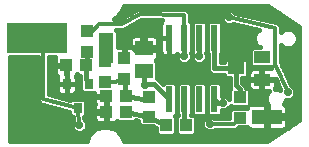
<source format=gtl>
G75*
%MOIN*%
%OFA0B0*%
%FSLAX24Y24*%
%IPPOS*%
%LPD*%
%AMOC8*
5,1,8,0,0,1.08239X$1,22.5*
%
%ADD10R,0.0591X0.0512*%
%ADD11R,0.0433X0.0394*%
%ADD12R,0.0551X0.0394*%
%ADD13R,0.0236X0.0866*%
%ADD14R,0.0394X0.0433*%
%ADD15R,0.0315X0.0354*%
%ADD16R,0.2000X0.1000*%
%ADD17R,0.0500X0.1000*%
%ADD18R,0.1000X0.0500*%
%ADD19C,0.0160*%
%ADD20OC8,0.0238*%
%ADD21C,0.0120*%
D10*
X012080Y006106D03*
X012080Y006854D03*
D11*
X011430Y006515D03*
X011430Y005845D03*
X011495Y005250D03*
X010825Y005250D03*
X010825Y004730D03*
X011495Y004730D03*
X012240Y004575D03*
X012240Y005245D03*
X010180Y006745D03*
X010180Y007415D03*
X015280Y005215D03*
X015280Y004545D03*
D12*
X016013Y005806D03*
X015147Y006180D03*
X016013Y006554D03*
D13*
X014430Y007204D03*
X013930Y007204D03*
X013430Y007204D03*
X012930Y007204D03*
X012930Y005156D03*
X013430Y005156D03*
X013930Y005156D03*
X014430Y005156D03*
D14*
X013485Y004290D03*
X012815Y004290D03*
X010790Y005745D03*
X010165Y006280D03*
X010790Y006415D03*
X009495Y006280D03*
D15*
X009506Y005654D03*
X010254Y005654D03*
X009880Y004866D03*
D16*
X008530Y007180D03*
D17*
X010830Y006860D03*
D18*
X016180Y004570D03*
D19*
X007610Y003760D02*
X007610Y006550D01*
X008540Y006550D01*
X008540Y005191D01*
X008526Y005138D01*
X008540Y005115D01*
X008540Y005088D01*
X008578Y005049D01*
X008606Y005002D01*
X008632Y004995D01*
X008651Y004976D01*
X008706Y004976D01*
X009593Y004745D01*
X009593Y004635D01*
X009669Y004559D01*
X009716Y004559D01*
X009727Y004429D01*
X009681Y004383D01*
X009681Y004177D01*
X009827Y004031D01*
X010033Y004031D01*
X010179Y004177D01*
X010179Y004383D01*
X010106Y004457D01*
X010096Y004564D01*
X010167Y004635D01*
X010167Y005097D01*
X010091Y005173D01*
X009669Y005173D01*
X009625Y005129D01*
X008920Y005313D01*
X008920Y006550D01*
X009126Y006550D01*
X009119Y006520D01*
X009119Y006298D01*
X009477Y006298D01*
X009477Y006262D01*
X009119Y006262D01*
X009119Y006040D01*
X009131Y005994D01*
X009154Y005953D01*
X009188Y005919D01*
X009191Y005918D01*
X009181Y005900D01*
X009169Y005855D01*
X009169Y005654D01*
X009506Y005654D01*
X009506Y006011D01*
X009506Y005654D01*
X009506Y005654D01*
X009843Y005654D01*
X009843Y005855D01*
X009831Y005900D01*
X009814Y005930D01*
X009836Y005953D01*
X009858Y005990D01*
X009914Y005933D01*
X009947Y005933D01*
X009945Y005847D01*
X009929Y005785D01*
X009943Y005763D01*
X009942Y005737D01*
X009967Y005712D01*
X009967Y005423D01*
X010043Y005347D01*
X010429Y005347D01*
X010429Y005268D01*
X010807Y005268D01*
X010807Y005232D01*
X010429Y005232D01*
X010429Y005029D01*
X010439Y004990D01*
X010429Y004951D01*
X010429Y004748D01*
X010807Y004748D01*
X010807Y004712D01*
X010429Y004712D01*
X010429Y004509D01*
X010441Y004464D01*
X010465Y004423D01*
X010498Y004389D01*
X010539Y004365D01*
X010585Y004353D01*
X010807Y004353D01*
X010807Y004712D01*
X010844Y004712D01*
X010844Y004353D01*
X011066Y004353D01*
X011111Y004365D01*
X011152Y004389D01*
X011186Y004423D01*
X011193Y004435D01*
X011224Y004403D01*
X011765Y004403D01*
X011812Y004450D01*
X011893Y004433D01*
X011893Y004325D01*
X011970Y004249D01*
X012397Y004249D01*
X012409Y004242D01*
X012414Y004229D01*
X012483Y004201D01*
X012489Y004198D01*
X012489Y004020D01*
X012565Y003943D01*
X013066Y003943D01*
X013142Y004020D01*
X013142Y004560D01*
X013106Y004597D01*
X013178Y004669D01*
X013178Y005643D01*
X013102Y005719D01*
X012758Y005719D01*
X012711Y005672D01*
X012578Y005805D01*
X012517Y005866D01*
X012517Y005866D01*
X012517Y005866D01*
X012505Y005866D01*
X012505Y006416D01*
X012474Y006447D01*
X012486Y006454D01*
X012519Y006488D01*
X012543Y006529D01*
X012555Y006574D01*
X012555Y006806D01*
X012128Y006806D01*
X012128Y006902D01*
X012555Y006902D01*
X012555Y007134D01*
X012543Y007179D01*
X012519Y007220D01*
X012486Y007254D01*
X012445Y007278D01*
X012399Y007290D01*
X012128Y007290D01*
X012128Y006902D01*
X012032Y006902D01*
X012032Y006806D01*
X011800Y006806D01*
X011791Y006822D01*
X011757Y006856D01*
X011716Y006879D01*
X011670Y006891D01*
X011448Y006891D01*
X011448Y006533D01*
X011412Y006533D01*
X011412Y006891D01*
X011210Y006891D01*
X011210Y007414D01*
X011159Y007465D01*
X011323Y007465D01*
X011373Y007450D01*
X011399Y007465D01*
X011429Y007465D01*
X011465Y007501D01*
X011988Y007789D01*
X012700Y007780D01*
X012668Y007747D01*
X012644Y007706D01*
X012632Y007660D01*
X012632Y007204D01*
X012930Y007204D01*
X012930Y007204D01*
X012632Y007204D01*
X012632Y006747D01*
X012644Y006701D01*
X012668Y006660D01*
X012701Y006627D01*
X012742Y006603D01*
X012788Y006591D01*
X012930Y006591D01*
X013072Y006591D01*
X013118Y006603D01*
X013159Y006627D01*
X013181Y006649D01*
X013181Y006477D01*
X013327Y006331D01*
X013533Y006331D01*
X013679Y006477D01*
X013679Y006683D01*
X013662Y006700D01*
X013678Y006717D01*
X013678Y007691D01*
X013620Y007749D01*
X013620Y007959D01*
X013621Y008036D01*
X013620Y008037D01*
X013620Y008039D01*
X013565Y008093D01*
X013511Y008149D01*
X013510Y008149D01*
X013509Y008150D01*
X013431Y008150D01*
X011968Y008170D01*
X011917Y008184D01*
X011892Y008171D01*
X011864Y008171D01*
X011826Y008134D01*
X011301Y007845D01*
X011075Y007845D01*
X011142Y007873D01*
X011317Y008048D01*
X011410Y008270D01*
X016220Y008270D01*
X017250Y007562D01*
X017250Y004450D01*
X016191Y003760D01*
X011405Y003760D01*
X011317Y003972D01*
X011142Y004147D01*
X010914Y004242D01*
X010666Y004242D01*
X010438Y004147D01*
X010263Y003972D01*
X010175Y003760D01*
X007610Y003760D01*
X007610Y003895D02*
X010230Y003895D01*
X010343Y004053D02*
X010055Y004053D01*
X010179Y004212D02*
X010592Y004212D01*
X010531Y004370D02*
X010179Y004370D01*
X010099Y004529D02*
X010429Y004529D01*
X010429Y004687D02*
X010167Y004687D01*
X010167Y004846D02*
X010429Y004846D01*
X010436Y005004D02*
X010167Y005004D01*
X010102Y005163D02*
X010429Y005163D01*
X010429Y005321D02*
X009754Y005321D01*
X009774Y005332D02*
X009808Y005366D01*
X009831Y005407D01*
X009843Y005453D01*
X009843Y005654D01*
X009506Y005654D01*
X009506Y005654D01*
X009506Y005654D01*
X009169Y005654D01*
X009169Y005453D01*
X009181Y005407D01*
X009204Y005366D01*
X009238Y005332D01*
X009279Y005309D01*
X009325Y005297D01*
X009506Y005297D01*
X009687Y005297D01*
X009733Y005309D01*
X009774Y005332D01*
X009843Y005480D02*
X009967Y005480D01*
X009967Y005638D02*
X009843Y005638D01*
X009843Y005797D02*
X009932Y005797D01*
X009892Y005955D02*
X009837Y005955D01*
X009514Y006011D02*
X009506Y006011D01*
X009477Y006011D01*
X009477Y006262D01*
X009514Y006262D01*
X009514Y006011D01*
X009506Y005955D02*
X009506Y005955D01*
X009506Y005797D02*
X009506Y005797D01*
X009169Y005797D02*
X008920Y005797D01*
X008920Y005955D02*
X009153Y005955D01*
X009119Y006114D02*
X008920Y006114D01*
X008920Y006272D02*
X009477Y006272D01*
X009477Y006114D02*
X009514Y006114D01*
X010165Y006280D02*
X010154Y005819D01*
X010254Y005654D01*
X010807Y005232D02*
X010844Y005232D01*
X010844Y004873D01*
X010844Y004748D01*
X010807Y004748D01*
X010807Y005232D01*
X010825Y005250D02*
X010825Y004730D01*
X010807Y004687D02*
X010844Y004687D01*
X010844Y004529D02*
X010807Y004529D01*
X010807Y004370D02*
X010844Y004370D01*
X010988Y004212D02*
X012457Y004212D01*
X012489Y004053D02*
X011237Y004053D01*
X011350Y003895D02*
X016398Y003895D01*
X016641Y004053D02*
X013811Y004053D01*
X013811Y004020D02*
X013811Y004560D01*
X013779Y004593D01*
X014102Y004593D01*
X014178Y004669D01*
X014178Y005643D01*
X014102Y005719D01*
X013758Y005719D01*
X013682Y005643D01*
X013682Y004669D01*
X013715Y004637D01*
X013645Y004637D01*
X013678Y004669D01*
X013678Y005643D01*
X013602Y005719D01*
X013258Y005719D01*
X013182Y005643D01*
X013182Y004669D01*
X013220Y004631D01*
X013220Y004623D01*
X013158Y004560D01*
X013158Y004020D01*
X013234Y003943D01*
X013735Y003943D01*
X013811Y004020D01*
X013811Y004212D02*
X014046Y004212D01*
X014031Y004227D02*
X014177Y004081D01*
X014383Y004081D01*
X014442Y004140D01*
X015005Y004140D01*
X015008Y004137D01*
X015084Y004140D01*
X015159Y004140D01*
X015162Y004143D01*
X015166Y004143D01*
X015217Y004198D01*
X015237Y004219D01*
X015531Y004219D01*
X015536Y004209D01*
X015569Y004176D01*
X015611Y004152D01*
X015656Y004140D01*
X016135Y004140D01*
X016135Y004525D01*
X016225Y004525D01*
X016225Y004615D01*
X016860Y004615D01*
X016860Y004844D01*
X016848Y004889D01*
X016824Y004931D01*
X016791Y004964D01*
X016753Y004986D01*
X016760Y004993D01*
X016810Y005114D01*
X016810Y005131D01*
X016983Y005131D01*
X017129Y005277D01*
X017129Y005483D01*
X016983Y005629D01*
X016978Y005629D01*
X016650Y006380D01*
X016645Y006948D01*
X016693Y006900D01*
X016814Y006850D01*
X016946Y006850D01*
X017067Y006900D01*
X017160Y006993D01*
X017210Y007114D01*
X017210Y007246D01*
X017160Y007367D01*
X017067Y007460D01*
X016946Y007510D01*
X016814Y007510D01*
X016693Y007460D01*
X016641Y007408D01*
X016640Y007520D01*
X016653Y007575D01*
X016640Y007596D01*
X016639Y007620D01*
X016599Y007660D01*
X016568Y007708D01*
X016544Y007714D01*
X016527Y007731D01*
X016470Y007730D01*
X015133Y008029D01*
X015033Y008129D01*
X014827Y008129D01*
X014681Y007983D01*
X014681Y007777D01*
X014827Y007631D01*
X015033Y007631D01*
X015059Y007657D01*
X015909Y007466D01*
X015893Y007460D01*
X015800Y007367D01*
X015750Y007246D01*
X015750Y007114D01*
X015800Y006993D01*
X015893Y006900D01*
X015940Y006881D01*
X015684Y006881D01*
X015607Y006805D01*
X015607Y006303D01*
X015684Y006227D01*
X016302Y006227D01*
X016323Y006180D01*
X016312Y006183D01*
X016031Y006183D01*
X016031Y005824D01*
X015995Y005824D01*
X015995Y005788D01*
X015557Y005788D01*
X015557Y005585D01*
X015570Y005540D01*
X015593Y005499D01*
X015627Y005465D01*
X015668Y005441D01*
X015714Y005429D01*
X015995Y005429D01*
X015995Y005788D01*
X016031Y005788D01*
X016031Y005429D01*
X016262Y005429D01*
X016200Y005367D01*
X016150Y005246D01*
X016150Y005114D01*
X016200Y004993D01*
X016225Y004968D01*
X016225Y004615D01*
X016135Y004615D01*
X016135Y005000D01*
X015656Y005000D01*
X015627Y004992D01*
X015627Y005465D01*
X015550Y005541D01*
X015490Y005541D01*
X015490Y005567D01*
X015357Y005700D01*
X015357Y005853D01*
X015476Y005853D01*
X015553Y005929D01*
X015553Y006431D01*
X015476Y006507D01*
X014817Y006507D01*
X014741Y006431D01*
X014741Y006390D01*
X014640Y006390D01*
X014640Y006679D01*
X014678Y006717D01*
X014678Y007691D01*
X014602Y007767D01*
X014258Y007767D01*
X014182Y007691D01*
X014182Y006717D01*
X014220Y006679D01*
X014220Y006093D01*
X014343Y005970D01*
X014741Y005970D01*
X014741Y005929D01*
X014817Y005853D01*
X014937Y005853D01*
X014937Y005526D01*
X014966Y005497D01*
X014933Y005465D01*
X014933Y005179D01*
X014833Y005279D01*
X014678Y005279D01*
X014678Y005643D01*
X014602Y005719D01*
X014258Y005719D01*
X014182Y005643D01*
X014182Y004669D01*
X014258Y004593D01*
X014602Y004593D01*
X014678Y004669D01*
X014678Y004781D01*
X014833Y004781D01*
X014975Y004923D01*
X015010Y004888D01*
X015512Y004888D01*
X015508Y004872D01*
X015010Y004872D01*
X014933Y004796D01*
X014933Y004520D01*
X014442Y004520D01*
X014383Y004579D01*
X014177Y004579D01*
X014031Y004433D01*
X014031Y004227D01*
X014031Y004370D02*
X013811Y004370D01*
X013811Y004529D02*
X014126Y004529D01*
X014178Y004687D02*
X014182Y004687D01*
X014178Y004846D02*
X014182Y004846D01*
X014178Y005004D02*
X014182Y005004D01*
X014430Y005156D02*
X014556Y005030D01*
X014730Y005030D01*
X014898Y004846D02*
X014983Y004846D01*
X014933Y004687D02*
X014678Y004687D01*
X014434Y004529D02*
X014933Y004529D01*
X015230Y004212D02*
X015535Y004212D01*
X016135Y004212D02*
X016225Y004212D01*
X016225Y004140D02*
X016704Y004140D01*
X016749Y004152D01*
X016791Y004176D01*
X016824Y004209D01*
X016848Y004251D01*
X016860Y004296D01*
X016860Y004525D01*
X016225Y004525D01*
X016225Y004140D01*
X016225Y004370D02*
X016135Y004370D01*
X016225Y004529D02*
X017250Y004529D01*
X017250Y004687D02*
X016860Y004687D01*
X016860Y004846D02*
X017250Y004846D01*
X017250Y005004D02*
X016764Y005004D01*
X017015Y005163D02*
X017250Y005163D01*
X017250Y005321D02*
X017129Y005321D01*
X017129Y005480D02*
X017250Y005480D01*
X017250Y005638D02*
X016974Y005638D01*
X016629Y005480D02*
X016619Y005480D01*
X016631Y005475D02*
X016631Y005475D01*
X016469Y005846D01*
X016469Y005824D01*
X016032Y005824D01*
X016032Y005788D01*
X016469Y005788D01*
X016469Y005585D01*
X016456Y005540D01*
X016439Y005510D01*
X016546Y005510D01*
X016631Y005475D01*
X016560Y005638D02*
X016469Y005638D01*
X016490Y005797D02*
X016032Y005797D01*
X015995Y005797D02*
X015357Y005797D01*
X015557Y005824D02*
X015557Y006027D01*
X015570Y006072D01*
X015593Y006113D01*
X015627Y006147D01*
X015668Y006171D01*
X015714Y006183D01*
X015995Y006183D01*
X015995Y005824D01*
X015557Y005824D01*
X015553Y005955D02*
X015557Y005955D01*
X015553Y006114D02*
X015594Y006114D01*
X015553Y006272D02*
X015639Y006272D01*
X015607Y006431D02*
X015553Y006431D01*
X015607Y006589D02*
X014640Y006589D01*
X014640Y006431D02*
X014741Y006431D01*
X014678Y006748D02*
X015607Y006748D01*
X015887Y006906D02*
X014678Y006906D01*
X014678Y007065D02*
X015771Y007065D01*
X015750Y007223D02*
X014678Y007223D01*
X014678Y007382D02*
X015815Y007382D01*
X015579Y007540D02*
X014678Y007540D01*
X014670Y007699D02*
X014759Y007699D01*
X014681Y007857D02*
X013620Y007857D01*
X013621Y008016D02*
X014713Y008016D01*
X015194Y008016D02*
X016590Y008016D01*
X016820Y007857D02*
X015903Y007857D01*
X016359Y008174D02*
X011953Y008174D01*
X011898Y008174D02*
X011370Y008174D01*
X011285Y008016D02*
X011611Y008016D01*
X011324Y007857D02*
X011105Y007857D01*
X011536Y007540D02*
X012632Y007540D01*
X012632Y007382D02*
X011210Y007382D01*
X011210Y007223D02*
X011643Y007223D01*
X011641Y007220D02*
X011617Y007179D01*
X011605Y007134D01*
X011605Y006902D01*
X012032Y006902D01*
X012032Y007290D01*
X011761Y007290D01*
X011715Y007278D01*
X011674Y007254D01*
X011641Y007220D01*
X011605Y007065D02*
X011210Y007065D01*
X011210Y006906D02*
X011605Y006906D01*
X011448Y006748D02*
X011412Y006748D01*
X011412Y006589D02*
X011448Y006589D01*
X012032Y006906D02*
X012128Y006906D01*
X012128Y007065D02*
X012032Y007065D01*
X012032Y007223D02*
X012128Y007223D01*
X012517Y007223D02*
X012632Y007223D01*
X012930Y007204D02*
X012930Y007204D01*
X012930Y006591D01*
X012930Y007204D01*
X012930Y007065D02*
X012930Y007065D01*
X012930Y006906D02*
X012930Y006906D01*
X012930Y006748D02*
X012930Y006748D01*
X013181Y006589D02*
X012555Y006589D01*
X012555Y006748D02*
X012632Y006748D01*
X012632Y006906D02*
X012555Y006906D01*
X012555Y007065D02*
X012632Y007065D01*
X013430Y007204D02*
X013430Y006580D01*
X013679Y006589D02*
X013681Y006589D01*
X013681Y006683D02*
X013681Y006477D01*
X013827Y006331D01*
X014033Y006331D01*
X014179Y006477D01*
X014179Y006683D01*
X014162Y006700D01*
X014178Y006717D01*
X014178Y007691D01*
X014102Y007767D01*
X013758Y007767D01*
X013682Y007691D01*
X013682Y006717D01*
X013698Y006700D01*
X013681Y006683D01*
X013678Y006748D02*
X013682Y006748D01*
X013678Y006906D02*
X013682Y006906D01*
X013678Y007065D02*
X013682Y007065D01*
X013678Y007223D02*
X013682Y007223D01*
X013678Y007382D02*
X013682Y007382D01*
X013678Y007540D02*
X013682Y007540D01*
X013670Y007699D02*
X013690Y007699D01*
X014170Y007699D02*
X014190Y007699D01*
X014178Y007540D02*
X014182Y007540D01*
X014178Y007382D02*
X014182Y007382D01*
X014178Y007223D02*
X014182Y007223D01*
X014430Y007204D02*
X014430Y006180D01*
X015147Y006180D01*
X015147Y005613D01*
X015280Y005480D01*
X015280Y005215D01*
X015627Y005163D02*
X016150Y005163D01*
X016181Y005321D02*
X015627Y005321D01*
X015612Y005480D02*
X015613Y005480D01*
X015557Y005638D02*
X015419Y005638D01*
X014937Y005638D02*
X014678Y005638D01*
X014678Y005480D02*
X014948Y005480D01*
X014933Y005321D02*
X014678Y005321D01*
X014182Y005321D02*
X014178Y005321D01*
X014178Y005163D02*
X014182Y005163D01*
X014178Y005480D02*
X014182Y005480D01*
X014178Y005638D02*
X014182Y005638D01*
X013682Y005638D02*
X013678Y005638D01*
X013678Y005480D02*
X013682Y005480D01*
X013678Y005321D02*
X013682Y005321D01*
X013678Y005163D02*
X013682Y005163D01*
X013430Y005156D02*
X013430Y004265D01*
X013485Y004290D01*
X013158Y004212D02*
X013142Y004212D01*
X013142Y004370D02*
X013158Y004370D01*
X013142Y004529D02*
X013158Y004529D01*
X013178Y004687D02*
X013182Y004687D01*
X013178Y004846D02*
X013182Y004846D01*
X013178Y005004D02*
X013182Y005004D01*
X013178Y005163D02*
X013182Y005163D01*
X013178Y005321D02*
X013182Y005321D01*
X013178Y005480D02*
X013182Y005480D01*
X013178Y005638D02*
X013182Y005638D01*
X012930Y005156D02*
X012430Y005656D01*
X012101Y005656D01*
X012100Y005680D01*
X012080Y006106D01*
X012505Y006114D02*
X014220Y006114D01*
X014220Y006272D02*
X012505Y006272D01*
X012490Y006431D02*
X013227Y006431D01*
X013633Y006431D02*
X013727Y006431D01*
X013930Y006580D02*
X013930Y007204D01*
X014178Y007065D02*
X014182Y007065D01*
X014178Y006906D02*
X014182Y006906D01*
X014178Y006748D02*
X014182Y006748D01*
X014179Y006589D02*
X014220Y006589D01*
X014220Y006431D02*
X014133Y006431D01*
X014741Y005955D02*
X012505Y005955D01*
X012586Y005797D02*
X014937Y005797D01*
X015995Y005955D02*
X016031Y005955D01*
X016031Y006114D02*
X015995Y006114D01*
X016697Y006272D02*
X017250Y006272D01*
X017250Y006114D02*
X016766Y006114D01*
X016836Y005955D02*
X017250Y005955D01*
X017250Y005797D02*
X016905Y005797D01*
X016031Y005638D02*
X015995Y005638D01*
X015995Y005480D02*
X016031Y005480D01*
X016196Y005004D02*
X015627Y005004D01*
X016135Y004846D02*
X016225Y004846D01*
X016225Y004687D02*
X016135Y004687D01*
X016860Y004370D02*
X017127Y004370D01*
X016884Y004212D02*
X016825Y004212D01*
X013682Y004687D02*
X013678Y004687D01*
X013678Y004846D02*
X013682Y004846D01*
X013678Y005004D02*
X013682Y005004D01*
X012815Y004290D02*
X012575Y004390D01*
X012240Y004575D01*
X011495Y004730D01*
X010844Y004846D02*
X010807Y004846D01*
X010807Y005004D02*
X010844Y005004D01*
X010844Y005163D02*
X010807Y005163D01*
X011480Y005280D02*
X011430Y005845D01*
X011480Y005280D02*
X011515Y005280D01*
X011508Y005277D01*
X011502Y005272D01*
X011497Y005265D01*
X011495Y005258D01*
X011495Y005250D01*
X012215Y005130D01*
X012240Y005245D01*
X011893Y004370D02*
X011119Y004370D01*
X009805Y004053D02*
X007610Y004053D01*
X007610Y004212D02*
X009681Y004212D01*
X009681Y004370D02*
X007610Y004370D01*
X007610Y004529D02*
X009718Y004529D01*
X009593Y004687D02*
X007610Y004687D01*
X007610Y004846D02*
X009207Y004846D01*
X009497Y005163D02*
X009658Y005163D01*
X009506Y005297D02*
X009506Y005654D01*
X009506Y005654D01*
X009506Y005297D01*
X009506Y005321D02*
X009506Y005321D01*
X009506Y005480D02*
X009506Y005480D01*
X009506Y005638D02*
X009506Y005638D01*
X009169Y005638D02*
X008920Y005638D01*
X008920Y005480D02*
X009169Y005480D01*
X009258Y005321D02*
X008920Y005321D01*
X008540Y005321D02*
X007610Y005321D01*
X007610Y005163D02*
X008533Y005163D01*
X008605Y005004D02*
X007610Y005004D01*
X007610Y005480D02*
X008540Y005480D01*
X008540Y005638D02*
X007610Y005638D01*
X007610Y005797D02*
X008540Y005797D01*
X008540Y005955D02*
X007610Y005955D01*
X007610Y006114D02*
X008540Y006114D01*
X008540Y006272D02*
X007610Y006272D01*
X007610Y006431D02*
X008540Y006431D01*
X008920Y006431D02*
X009119Y006431D01*
X010165Y006280D02*
X010180Y006280D01*
X010180Y006745D01*
X011823Y007699D02*
X012642Y007699D01*
X016574Y007699D02*
X017051Y007699D01*
X017250Y007540D02*
X016645Y007540D01*
X017145Y007382D02*
X017250Y007382D01*
X017250Y007223D02*
X017210Y007223D01*
X017189Y007065D02*
X017250Y007065D01*
X017250Y006906D02*
X017073Y006906D01*
X017250Y006748D02*
X016647Y006748D01*
X016645Y006906D02*
X016687Y006906D01*
X016648Y006589D02*
X017250Y006589D01*
X017250Y006431D02*
X016649Y006431D01*
X013158Y004053D02*
X013142Y004053D01*
D20*
X014280Y004330D03*
X014730Y005030D03*
X015480Y005680D03*
X015780Y005330D03*
X016880Y005380D03*
X015610Y006210D03*
X015530Y007030D03*
X014930Y007880D03*
X013930Y006580D03*
X013430Y006580D03*
X012130Y005630D03*
X010330Y004630D03*
X009930Y004280D03*
X010000Y003880D03*
X011910Y003900D03*
X009080Y005830D03*
X008030Y005830D03*
X015480Y004080D03*
X017080Y006430D03*
D21*
X016460Y006340D02*
X016450Y007540D01*
X014930Y007880D01*
X013430Y007960D02*
X013430Y007204D01*
X013430Y007960D02*
X011940Y007980D01*
X011350Y007655D01*
X010595Y007655D01*
X010350Y007410D01*
X010180Y007415D01*
X010830Y006860D02*
X010790Y006720D01*
X010790Y006415D01*
X011130Y005745D02*
X011430Y005845D01*
X011130Y005745D02*
X010790Y005745D01*
X012100Y005680D02*
X012100Y005630D01*
X012130Y005630D01*
X009880Y004866D02*
X009930Y004280D01*
X009880Y004866D02*
X008730Y005166D01*
X008730Y007230D01*
X008530Y007180D01*
X014280Y004330D02*
X015080Y004330D01*
X015280Y004545D01*
X016880Y005380D02*
X016460Y006340D01*
M02*

</source>
